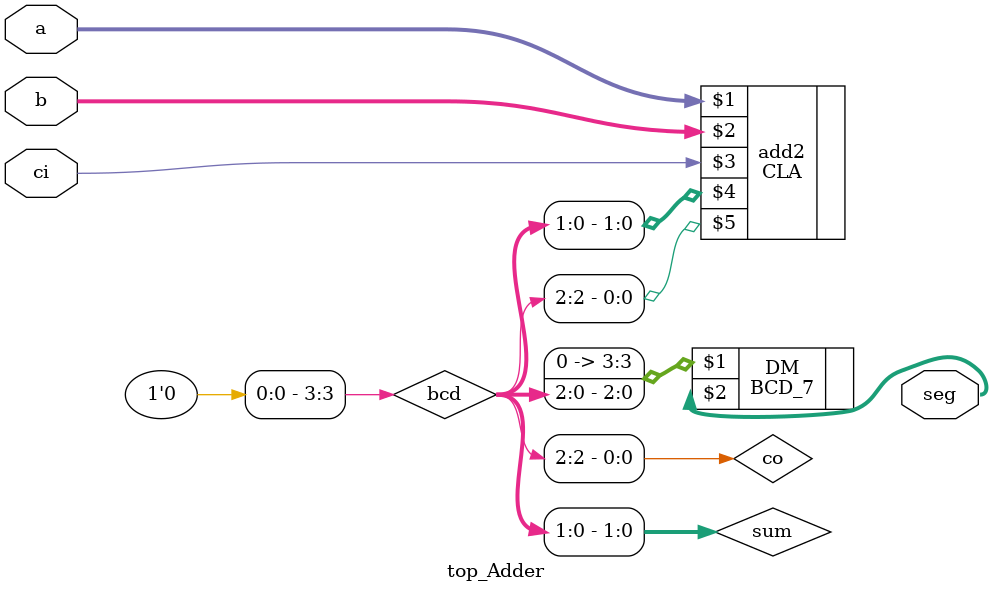
<source format=v>
`timescale 1ns / 1ps


module top_Adder(input[1:0] a, b, input ci, output[6:0] seg);
    wire[1:0] sum;
    wire co;
    CLA add2(a, b, ci, sum, co);
    wire[3:0] bcd;
    assign bcd = {1'b0, co, sum};
    BCD_7 DM(bcd, seg);
endmodule

</source>
